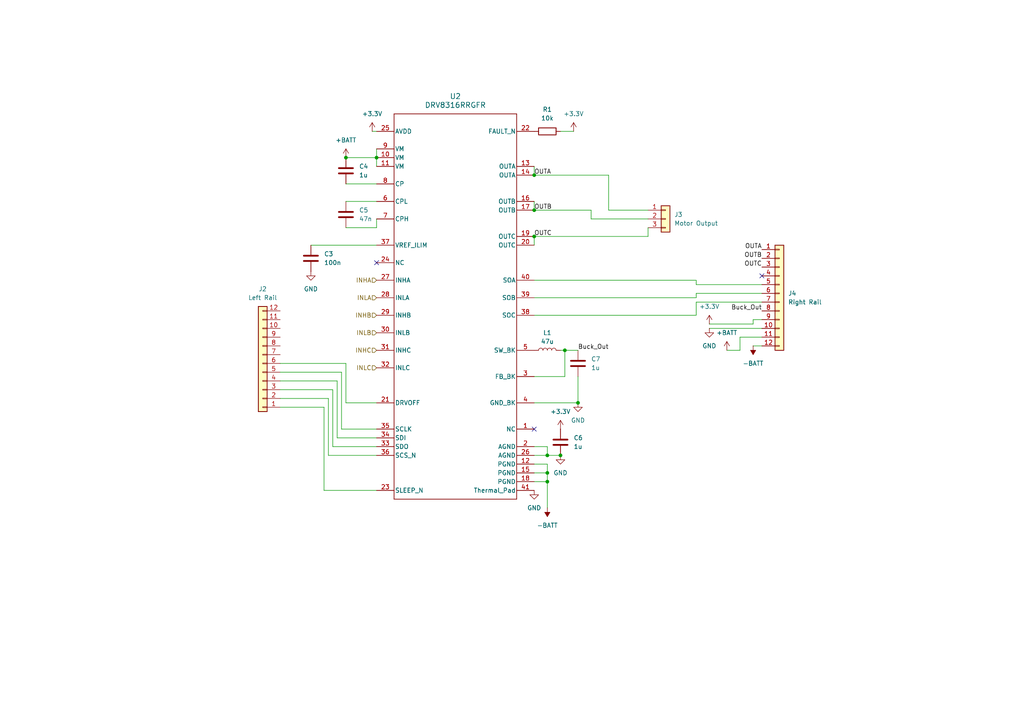
<source format=kicad_sch>
(kicad_sch (version 20231120) (generator "eeschema") (generator_version "8.0")
  (paper "A4")
  (lib_symbols
    (symbol "Connector_Generic:Conn_01x03" (pin_names (offset 1.016) hide)
      (property "Reference" "J" (at 0 5.08 0))
      (property "Value" "Conn_01x03" (at 0 -5.08 0))
      (symbol "Conn_01x03_1_1"
        (rectangle (start -1.27 -2.413) (end 0 -2.667) (stroke (width 0.1524)))
        (rectangle (start -1.27 0.127) (end 0 -0.127) (stroke (width 0.1524)))
        (rectangle (start -1.27 2.667) (end 0 2.413) (stroke (width 0.1524)))
        (rectangle (start -1.27 3.81) (end 1.27 -3.81) (stroke (width 0.254)) (fill (type background)))
        (pin passive line (at -5.08 2.54 0) (length 3.81) (name "Pin_1") (number "1"))
        (pin passive line (at -5.08 0 0) (length 3.81) (name "Pin_2") (number "2"))
        (pin passive line (at -5.08 -2.54 0) (length 3.81) (name "Pin_3") (number "3"))
      )
    )
    (symbol "Connector_Generic:Conn_01x12" (pin_names (offset 1.016) hide)
      (property "Reference" "J" (at 0 15.24 0))
      (property "Value" "Conn_01x12" (at 0 -17.78 0))
      (symbol "Conn_01x12_1_1"
        (rectangle (start -1.27 -15.113) (end 0 -15.367) (stroke (width 0.1524)))
        (rectangle (start -1.27 -12.573) (end 0 -12.827) (stroke (width 0.1524)))
        (rectangle (start -1.27 -10.033) (end 0 -10.287) (stroke (width 0.1524)))
        (rectangle (start -1.27 -7.493) (end 0 -7.747) (stroke (width 0.1524)))
        (rectangle (start -1.27 -4.953) (end 0 -5.207) (stroke (width 0.1524)))
        (rectangle (start -1.27 -2.413) (end 0 -2.667) (stroke (width 0.1524)))
        (rectangle (start -1.27 0.127) (end 0 -0.127) (stroke (width 0.1524)))
        (rectangle (start -1.27 2.667) (end 0 2.413) (stroke (width 0.1524)))
        (rectangle (start -1.27 5.207) (end 0 4.953) (stroke (width 0.1524)))
        (rectangle (start -1.27 7.747) (end 0 7.493) (stroke (width 0.1524)))
        (rectangle (start -1.27 10.287) (end 0 10.033) (stroke (width 0.1524)))
        (rectangle (start -1.27 12.827) (end 0 12.573) (stroke (width 0.1524)))
        (rectangle (start -1.27 13.97) (end 1.27 -16.51) (stroke (width 0.254)) (fill (type background)))
        (pin passive line (at -5.08 12.7 0) (length 3.81) (name "Pin_1") (number "1"))
        (pin passive line (at -5.08 -10.16 0) (length 3.81) (name "Pin_10") (number "10"))
        (pin passive line (at -5.08 -12.7 0) (length 3.81) (name "Pin_11") (number "11"))
        (pin passive line (at -5.08 -15.24 0) (length 3.81) (name "Pin_12") (number "12"))
        (pin passive line (at -5.08 10.16 0) (length 3.81) (name "Pin_2") (number "2"))
        (pin passive line (at -5.08 7.62 0) (length 3.81) (name "Pin_3") (number "3"))
        (pin passive line (at -5.08 5.08 0) (length 3.81) (name "Pin_4") (number "4"))
        (pin passive line (at -5.08 2.54 0) (length 3.81) (name "Pin_5") (number "5"))
        (pin passive line (at -5.08 0 0) (length 3.81) (name "Pin_6") (number "6"))
        (pin passive line (at -5.08 -2.54 0) (length 3.81) (name "Pin_7") (number "7"))
        (pin passive line (at -5.08 -5.08 0) (length 3.81) (name "Pin_8") (number "8"))
        (pin passive line (at -5.08 -7.62 0) (length 3.81) (name "Pin_9") (number "9"))
      )
    )
    (symbol "Device:C" (pin_numbers hide) (pin_names (offset 0.254))
      (property "Reference" "C" (at 0.635 2.54 0))
      (property "Value" "C" (at 0.635 -2.54 0))
      (symbol "C_0_1"
        (polyline (pts (xy -2.032 -0.762) (xy 2.032 -0.762)) (stroke (width 0.508)))
        (polyline (pts (xy -2.032 0.762) (xy 2.032 0.762)) (stroke (width 0.508)))
      )
      (symbol "C_1_1"
        (pin passive line (at 0 3.81 270) (length 2.794) (name "~") (number "1"))
        (pin passive line (at 0 -3.81 90) (length 2.794) (name "~") (number "2"))
      )
    )
    (symbol "Device:L" (pin_numbers hide) (pin_names (offset 1.016) hide)
      (property "Reference" "L" (at -1.27 0 90))
      (property "Value" "L" (at 1.905 0 90))
      (symbol "L_0_1"
        (arc (start 0 -2.54) (mid 0.6323 -1.905) (end 0 -1.27))
        (arc (start 0 -1.27) (mid 0.6323 -0.635) (end 0 0))
        (arc (start 0 0) (mid 0.6323 0.635) (end 0 1.27))
        (arc (start 0 1.27) (mid 0.6323 1.905) (end 0 2.54))
      )
      (symbol "L_1_1"
        (pin passive line (at 0 3.81 270) (length 1.27) (name "1") (number "1"))
        (pin passive line (at 0 -3.81 90) (length 1.27) (name "2") (number "2"))
      )
    )
    (symbol "Device:R" (pin_numbers hide) (pin_names (offset 0))
      (property "Reference" "R" (at 2.032 0 90))
      (property "Value" "R" (at 0 0 90))
      (symbol "R_0_1"
        (rectangle (start -1.016 -2.54) (end 1.016 2.54) (stroke (width 0.254)))
      )
      (symbol "R_1_1"
        (pin passive line (at 0 3.81 270) (length 1.27) (name "~") (number "1"))
        (pin passive line (at 0 -3.81 90) (length 1.27) (name "~") (number "2"))
      )
    )
    (symbol "ECE395:DRV8316RRGFR" (pin_names (offset 0.254))
      (property "Reference" "U" (at 0 2.54 0))
      (property "Value" "DRV8316RRGFR" (at 0 0 0))
      (symbol "DRV8316RRGFR_0_1"
        (polyline (pts (xy 5.08 -106.68) (xy 40.64 -106.68)) (stroke (width 0.2032)))
        (polyline (pts (xy 5.08 5.08) (xy 5.08 -106.68)) (stroke (width 0.2032)))
        (polyline (pts (xy 40.64 -106.68) (xy 40.64 5.08)) (stroke (width 0.2032)))
        (polyline (pts (xy 40.64 5.08) (xy 5.08 5.08)) (stroke (width 0.2032)))
        (pin unspecified line (at 45.72 -86.36 180) (length 5.08) (name "NC") (number "1"))
        (pin power_in line (at 0 -7.62 0) (length 5.08) (name "VM") (number "10"))
        (pin power_in line (at 0 -10.16 0) (length 5.08) (name "VM") (number "11"))
        (pin power_in line (at 45.72 -96.52 180) (length 5.08) (name "PGND") (number "12"))
        (pin unspecified line (at 45.72 -10.16 180) (length 5.08) (name "OUTA") (number "13"))
        (pin unspecified line (at 45.72 -12.7 180) (length 5.08) (name "OUTA") (number "14"))
        (pin power_in line (at 45.72 -99.06 180) (length 5.08) (name "PGND") (number "15"))
        (pin unspecified line (at 45.72 -20.32 180) (length 5.08) (name "OUTB") (number "16"))
        (pin unspecified line (at 45.72 -22.86 180) (length 5.08) (name "OUTB") (number "17"))
        (pin power_in line (at 45.72 -101.6 180) (length 5.08) (name "PGND") (number "18"))
        (pin unspecified line (at 45.72 -30.48 180) (length 5.08) (name "OUTC") (number "19"))
        (pin power_in line (at 45.72 -91.44 180) (length 5.08) (name "AGND") (number "2"))
        (pin unspecified line (at 45.72 -33.02 180) (length 5.08) (name "OUTC") (number "20"))
        (pin input line (at 0 -78.74 0) (length 5.08) (name "DRVOFF") (number "21"))
        (pin open_collector line (at 45.72 0 180) (length 5.08) (name "FAULT_N") (number "22"))
        (pin input line (at 0 -104.14 0) (length 5.08) (name "SLEEP_N") (number "23"))
        (pin unspecified line (at 0 -38.1 0) (length 5.08) (name "NC") (number "24"))
        (pin power_in line (at 0 0 0) (length 5.08) (name "AVDD") (number "25"))
        (pin power_in line (at 45.72 -93.98 180) (length 5.08) (name "AGND") (number "26"))
        (pin input line (at 0 -43.18 0) (length 5.08) (name "INHA") (number "27"))
        (pin input line (at 0 -48.26 0) (length 5.08) (name "INLA") (number "28"))
        (pin input line (at 0 -53.34 0) (length 5.08) (name "INHB") (number "29"))
        (pin unspecified line (at 45.72 -71.12 180) (length 5.08) (name "FB_BK") (number "3"))
        (pin input line (at 0 -58.42 0) (length 5.08) (name "INLB") (number "30"))
        (pin input line (at 0 -63.5 0) (length 5.08) (name "INHC") (number "31"))
        (pin input line (at 0 -68.58 0) (length 5.08) (name "INLC") (number "32"))
        (pin output line (at 0 -91.44 0) (length 5.08) (name "SDO") (number "33"))
        (pin input line (at 0 -88.9 0) (length 5.08) (name "SDI") (number "34"))
        (pin input line (at 0 -86.36 0) (length 5.08) (name "SCLK") (number "35"))
        (pin input line (at 0 -93.98 0) (length 5.08) (name "SCS_N") (number "36"))
        (pin unspecified line (at 0 -33.02 0) (length 5.08) (name "VREF_ILIM") (number "37"))
        (pin unspecified line (at 45.72 -53.34 180) (length 5.08) (name "SOC") (number "38"))
        (pin unspecified line (at 45.72 -48.26 180) (length 5.08) (name "SOB") (number "39"))
        (pin power_in line (at 45.72 -78.74 180) (length 5.08) (name "GND_BK") (number "4"))
        (pin unspecified line (at 45.72 -43.18 180) (length 5.08) (name "SOA") (number "40"))
        (pin power_in line (at 45.72 -104.14 180) (length 5.08) (name "Thermal_Pad") (number "41"))
        (pin unspecified line (at 45.72 -63.5 180) (length 5.08) (name "SW_BK") (number "5"))
        (pin unspecified line (at 0 -20.32 0) (length 5.08) (name "CPL") (number "6"))
        (pin unspecified line (at 0 -25.4 0) (length 5.08) (name "CPH") (number "7"))
        (pin unspecified line (at 0 -15.24 0) (length 5.08) (name "CP") (number "8"))
        (pin power_in line (at 0 -5.08 0) (length 5.08) (name "VM") (number "9"))
      )
    )
    (symbol "power:+3.3V" (power) (pin_numbers hide) (pin_names (offset 0) hide)
      (property "Value" "+3.3V" (at 0 3.556 0))
      (symbol "+3.3V_0_1"
        (polyline (pts (xy -0.762 1.27) (xy 0 2.54)))
        (polyline (pts (xy 0 0) (xy 0 2.54)))
        (polyline (pts (xy 0 2.54) (xy 0.762 1.27)))
      )
      (symbol "+3.3V_1_1"
        (pin power_in line (at 0 0 90) (length 0) (name "~") (number "1"))
      )
    )
    (symbol "power:+BATT" (power) (pin_numbers hide) (pin_names (offset 0) hide)
      (property "Value" "+BATT" (at 0 3.556 0))
      (symbol "+BATT_0_1"
        (polyline (pts (xy -0.762 1.27) (xy 0 2.54)))
        (polyline (pts (xy 0 0) (xy 0 2.54)))
        (polyline (pts (xy 0 2.54) (xy 0.762 1.27)))
      )
      (symbol "+BATT_1_1"
        (pin power_in line (at 0 0 90) (length 0) (name "~") (number "1"))
      )
    )
    (symbol "power:-BATT" (power) (pin_numbers hide) (pin_names (offset 0) hide)
      (property "Value" "-BATT" (at 0 3.556 0))
      (symbol "-BATT_0_1"
        (polyline (pts (xy 0 0) (xy 0 2.54)))
        (polyline (pts (xy 0.762 1.27) (xy -0.762 1.27) (xy 0 2.54) (xy 0.762 1.27)) (fill (type outline)))
      )
      (symbol "-BATT_1_1"
        (pin power_in line (at 0 0 90) (length 0) (name "~") (number "1"))
      )
    )
    (symbol "power:GND" (power) (pin_numbers hide) (pin_names (offset 0) hide)
      (property "Value" "GND" (at 0 -3.81 0))
      (symbol "GND_0_1"
        (polyline (pts (xy 0 0) (xy 0 -1.27) (xy 1.27 -1.27) (xy 0 -2.54) (xy -1.27 -1.27) (xy 0 -1.27)))
      )
      (symbol "GND_1_1"
        (pin power_in line (at 0 0 270) (length 0) (name "~") (number "1"))
      )
    )
  )
  (junction (at 154.94 50.8))
  (junction (at 100.33 45.72))
  (junction (at 163.83 101.6))
  (junction (at 162.56 132.08))
  (junction (at 158.75 139.7))
  (junction (at 158.75 137.16))
  (junction (at 158.75 132.08))
  (junction (at 167.64 116.84))
  (junction (at 109.22 45.72))
  (junction (at 154.94 68.58))
  (junction (at 154.94 60.96))
  (no_connect (at 154.94 124.46))
  (no_connect (at 109.22 76.2))
  (no_connect (at 220.98 80.01))
  (wire (pts (xy 90.17 71.12) (xy 109.22 71.12)))
  (wire (pts (xy 100.33 116.84) (xy 100.33 105.41)))
  (wire (pts (xy 167.64 101.6) (xy 163.83 101.6)))
  (wire (pts (xy 154.94 109.22) (xy 163.83 109.22)))
  (wire (pts (xy 201.93 85.09) (xy 220.98 85.09)))
  (wire (pts (xy 95.25 115.57) (xy 81.28 115.57)))
  (wire (pts (xy 163.83 101.6) (xy 163.83 109.22)))
  (wire (pts (xy 154.94 129.54) (xy 158.75 129.54)))
  (wire (pts (xy 214.63 97.79) (xy 220.98 97.79)))
  (wire (pts (xy 187.96 68.58) (xy 187.96 66.04)))
  (wire (pts (xy 109.22 127) (xy 97.79 127)))
  (wire (pts (xy 99.06 124.46) (xy 99.06 107.95)))
  (wire (pts (xy 81.28 107.95) (xy 99.06 107.95)))
  (wire (pts (xy 100.33 58.42) (xy 109.22 58.42)))
  (wire (pts (xy 158.75 139.7) (xy 154.94 139.7)))
  (wire (pts (xy 214.63 101.6) (xy 214.63 97.79)))
  (wire (pts (xy 158.75 132.08) (xy 162.56 132.08)))
  (wire (pts (xy 109.22 116.84) (xy 100.33 116.84)))
  (wire (pts (xy 107.95 38.1) (xy 109.22 38.1)))
  (wire (pts (xy 100.33 45.72) (xy 109.22 45.72)))
  (wire (pts (xy 154.94 50.8) (xy 176.53 50.8)))
  (wire (pts (xy 100.33 66.04) (xy 109.22 66.04)))
  (wire (pts (xy 97.79 127) (xy 97.79 110.49)))
  (wire (pts (xy 96.52 129.54) (xy 96.52 113.03)))
  (wire (pts (xy 154.94 81.28) (xy 201.93 81.28)))
  (wire (pts (xy 167.64 109.22) (xy 167.64 116.84)))
  (wire (pts (xy 109.22 132.08) (xy 95.25 132.08)))
  (wire (pts (xy 154.94 116.84) (xy 167.64 116.84)))
  (wire (pts (xy 154.94 50.8) (xy 154.94 48.26)))
  (wire (pts (xy 100.33 53.34) (xy 109.22 53.34)))
  (wire (pts (xy 95.25 132.08) (xy 95.25 115.57)))
  (wire (pts (xy 100.33 105.41) (xy 81.28 105.41)))
  (wire (pts (xy 154.94 137.16) (xy 158.75 137.16)))
  (wire (pts (xy 166.37 38.1) (xy 162.56 38.1)))
  (wire (pts (xy 158.75 147.32) (xy 158.75 139.7)))
  (wire (pts (xy 93.98 142.24) (xy 93.98 118.11)))
  (wire (pts (xy 201.93 81.28) (xy 201.93 82.55)))
  (wire (pts (xy 154.94 60.96) (xy 171.45 60.96)))
  (wire (pts (xy 93.98 118.11) (xy 81.28 118.11)))
  (wire (pts (xy 176.53 60.96) (xy 187.96 60.96)))
  (wire (pts (xy 154.94 68.58) (xy 187.96 68.58)))
  (wire (pts (xy 201.93 91.44) (xy 201.93 87.63)))
  (wire (pts (xy 158.75 132.08) (xy 154.94 132.08)))
  (wire (pts (xy 154.94 86.36) (xy 201.93 86.36)))
  (wire (pts (xy 154.94 60.96) (xy 154.94 58.42)))
  (wire (pts (xy 109.22 124.46) (xy 99.06 124.46)))
  (wire (pts (xy 218.44 92.71) (xy 220.98 92.71)))
  (wire (pts (xy 97.79 110.49) (xy 81.28 110.49)))
  (wire (pts (xy 176.53 50.8) (xy 176.53 60.96)))
  (wire (pts (xy 205.74 93.98) (xy 218.44 93.98)))
  (wire (pts (xy 171.45 63.5) (xy 187.96 63.5)))
  (wire (pts (xy 109.22 142.24) (xy 93.98 142.24)))
  (wire (pts (xy 96.52 113.03) (xy 81.28 113.03)))
  (wire (pts (xy 109.22 66.04) (xy 109.22 63.5)))
  (wire (pts (xy 158.75 134.62) (xy 158.75 137.16)))
  (wire (pts (xy 210.82 101.6) (xy 214.63 101.6)))
  (wire (pts (xy 201.93 86.36) (xy 201.93 85.09)))
  (wire (pts (xy 109.22 45.72) (xy 109.22 48.26)))
  (wire (pts (xy 201.93 87.63) (xy 220.98 87.63)))
  (wire (pts (xy 163.83 101.6) (xy 162.56 101.6)))
  (wire (pts (xy 158.75 137.16) (xy 158.75 139.7)))
  (wire (pts (xy 154.94 134.62) (xy 158.75 134.62)))
  (wire (pts (xy 205.74 95.25) (xy 220.98 95.25)))
  (wire (pts (xy 171.45 60.96) (xy 171.45 63.5)))
  (wire (pts (xy 154.94 91.44) (xy 201.93 91.44)))
  (wire (pts (xy 109.22 129.54) (xy 96.52 129.54)))
  (wire (pts (xy 218.44 100.33) (xy 220.98 100.33)))
  (wire (pts (xy 109.22 43.18) (xy 109.22 45.72)))
  (wire (pts (xy 218.44 93.98) (xy 218.44 92.71)))
  (wire (pts (xy 154.94 68.58) (xy 154.94 71.12)))
  (wire (pts (xy 201.93 82.55) (xy 220.98 82.55)))
  (wire (pts (xy 158.75 129.54) (xy 158.75 132.08)))
  (label "Buck_Out" (at 220.98 90.17 180))
  (label "OUTC" (at 220.98 77.47 180))
  (label "OUTB" (at 220.98 74.93 180))
  (label "OUTA" (at 220.98 72.39 180))
  (label "Buck_Out" (at 167.64 101.6 0))
  (label "OUTB" (at 154.94 60.96 0))
  (label "OUTC" (at 154.94 68.58 0))
  (label "OUTA" (at 154.94 50.8 0))
  (hierarchical_label "INLB" (shape input) (at 109.22 96.52 180))
  (hierarchical_label "INHC" (shape input) (at 109.22 101.6 180))
  (hierarchical_label "INLA" (shape input) (at 109.22 86.36 180))
  (hierarchical_label "INHA" (shape input) (at 109.22 81.28 180))
  (hierarchical_label "INHB" (shape input) (at 109.22 91.44 180))
  (hierarchical_label "INLC" (shape input) (at 109.22 106.68 180))
  (symbol (lib_id "Connector_Generic:Conn_01x03") (at 193.04 63.5 0) (unit 1)
    (property "Reference" "J3" (at 195.58 62.2299 0) (effects (justify left)))
    (property "Value" "Motor Output" (at 195.58 64.77 0) (effects (justify left)))
    (property "Footprint" "ECE395:Motor_Pads" (effects (hide yes)))
    (property "Description" "Generic connector, single row, 01x03, script generated (kicad-library-utils/schlib/autogen/connector/)" (effects (hide yes)))
  )
  (symbol (lib_id "power:+3.3V") (at 205.74 93.98 0) (unit 1)
    (property "Reference" "#PWR012" (effects (hide yes)))
    (property "Value" "+3.3V" (at 205.74 88.9 0))
    (property "Description" "Power symbol creates a global label with name \"+3.3V\"" (effects (hide yes)))
  )
  (symbol (lib_id "power:+BATT") (at 100.33 45.72 0) (unit 1)
    (property "Reference" "#PWR04" (effects (hide yes)))
    (property "Value" "+BATT" (at 100.33 40.64 0))
    (property "Description" "Power symbol creates a global label with name \"+BATT\"" (effects (hide yes)))
  )
  (symbol (lib_id "power:GND") (at 90.17 78.74 0) (unit 1)
    (property "Reference" "#PWR03" (effects (hide yes)))
    (property "Value" "GND" (at 90.17 83.82 0))
    (property "Description" "Power symbol creates a global label with name \"GND\" , ground" (effects (hide yes)))
  )
  (symbol (lib_id "Device:C") (at 90.17 74.93 0) (unit 1)
    (property "Reference" "C3" (at 93.98 73.6599 0) (effects (justify left)))
    (property "Value" "100n" (at 93.98 76.1999 0) (effects (justify left)))
    (property "Footprint" "Capacitor_SMD:C_0805_2012Metric_Pad1.18x1.45mm_HandSolder" (effects (hide yes)))
    (property "Description" "Unpolarized capacitor" (effects (hide yes)))
  )
  (symbol (lib_id "power:-BATT") (at 158.75 147.32 180) (unit 1)
    (property "Reference" "#PWR07" (effects (hide yes)))
    (property "Value" "-BATT" (at 158.75 152.4 0))
    (property "Description" "Power symbol creates a global label with name \"-BATT\"" (effects (hide yes)))
  )
  (symbol (lib_id "Device:C") (at 100.33 62.23 0) (unit 1)
    (property "Reference" "C5" (at 104.14 60.9599 0) (effects (justify left)))
    (property "Value" "47n" (at 104.14 63.4999 0) (effects (justify left)))
    (property "Footprint" "Capacitor_SMD:C_0805_2012Metric_Pad1.18x1.45mm_HandSolder" (effects (hide yes)))
    (property "Description" "Unpolarized capacitor" (effects (hide yes)))
  )
  (symbol (lib_id "Device:C") (at 100.33 49.53 0) (unit 1)
    (property "Reference" "C4" (at 104.14 48.2599 0) (effects (justify left)))
    (property "Value" "1u" (at 104.14 50.7999 0) (effects (justify left)))
    (property "Footprint" "Capacitor_SMD:C_0805_2012Metric_Pad1.18x1.45mm_HandSolder" (effects (hide yes)))
    (property "Description" "Unpolarized capacitor" (effects (hide yes)))
  )
  (symbol (lib_id "power:+3.3V") (at 107.95 38.1 0) (unit 1)
    (property "Reference" "#PWR05" (effects (hide yes)))
    (property "Value" "+3.3V" (at 107.95 33.02 0))
    (property "Description" "Power symbol creates a global label with name \"+3.3V\"" (effects (hide yes)))
  )
  (symbol (lib_id "power:+BATT") (at 210.82 101.6 0) (unit 1)
    (property "Reference" "#PWR014" (effects (hide yes)))
    (property "Value" "+BATT" (at 210.82 96.52 0))
    (property "Description" "Power symbol creates a global label with name \"+BATT\"" (effects (hide yes)))
  )
  (symbol (lib_id "Device:C") (at 167.64 105.41 180) (unit 1)
    (property "Reference" "C7" (at 171.45 104.1399 0) (effects (justify right)))
    (property "Value" "1u" (at 171.45 106.6799 0) (effects (justify right)))
    (property "Footprint" "Capacitor_SMD:C_0805_2012Metric_Pad1.18x1.45mm_HandSolder" (effects (hide yes)))
    (property "Description" "Unpolarized capacitor" (effects (hide yes)))
  )
  (symbol (lib_id "power:GND") (at 162.56 132.08 0) (unit 1)
    (property "Reference" "#PWR09" (effects (hide yes)))
    (property "Value" "GND" (at 162.56 137.16 0))
    (property "Description" "Power symbol creates a global label with name \"GND\" , ground" (effects (hide yes)))
  )
  (symbol (lib_id "ECE395:DRV8316RRGFR") (at 109.22 38.1 0) (unit 1)
    (property "Reference" "U2" (at 132.08 27.94 0) (effects (font (size 1.524 1.524))))
    (property "Value" "DRV8316RRGFR" (at 132.08 30.48 0) (effects (font (size 1.524 1.524))))
    (property "Footprint" "ECE395:RGF0040E-IPC_A" (effects (hide yes)))
    (property "Datasheet" "DRV8316RRGFR" (effects (hide yes)))
  )
  (symbol (lib_id "power:GND") (at 167.64 116.84 0) (unit 1)
    (property "Reference" "#PWR011" (effects (hide yes)))
    (property "Value" "GND" (at 167.64 121.92 0))
    (property "Description" "Power symbol creates a global label with name \"GND\" , ground" (effects (hide yes)))
  )
  (symbol (lib_id "power:GND") (at 154.94 142.24 0) (unit 1)
    (property "Reference" "#PWR06" (effects (hide yes)))
    (property "Value" "GND" (at 154.94 147.32 0))
    (property "Description" "Power symbol creates a global label with name \"GND\" , ground" (effects (hide yes)))
  )
  (symbol (lib_id "Connector_Generic:Conn_01x12") (at 226.06 85.09 0) (unit 1)
    (property "Reference" "J4" (at 228.6 85.0899 0) (effects (justify left)))
    (property "Value" "Right Rail" (at 228.6 87.6299 0) (effects (justify left)))
    (property "Footprint" "Connector_PinHeader_2.54mm:PinHeader_1x12_P2.54mm_Vertical" (effects (hide yes)))
    (property "Description" "Generic connector, single row, 01x12, script generated (kicad-library-utils/schlib/autogen/connector/)" (effects (hide yes)))
  )
  (symbol (lib_id "Connector_Generic:Conn_01x12") (at 76.2 105.41 180) (unit 1)
    (property "Reference" "J2" (at 76.2 83.82 0))
    (property "Value" "Left Rail" (at 76.2 86.36 0))
    (property "Footprint" "Connector_PinHeader_2.54mm:PinHeader_1x12_P2.54mm_Vertical" (effects (hide yes)))
    (property "Description" "Generic connector, single row, 01x12, script generated (kicad-library-utils/schlib/autogen/connector/)" (effects (hide yes)))
  )
  (symbol (lib_id "power:+3.3V") (at 166.37 38.1 0) (unit 1)
    (property "Reference" "#PWR010" (effects (hide yes)))
    (property "Value" "+3.3V" (at 166.37 33.02 0))
    (property "Description" "Power symbol creates a global label with name \"+3.3V\"" (effects (hide yes)))
  )
  (symbol (lib_id "power:+3.3V") (at 162.56 124.46 0) (unit 1)
    (property "Reference" "#PWR08" (effects (hide yes)))
    (property "Value" "+3.3V" (at 162.56 119.38 0))
    (property "Description" "Power symbol creates a global label with name \"+3.3V\"" (effects (hide yes)))
  )
  (symbol (lib_id "Device:L") (at 158.75 101.6 90) (unit 1)
    (property "Reference" "L1" (at 158.75 96.52 90))
    (property "Value" "47u" (at 158.75 99.06 90))
    (property "Footprint" "Inductor_SMD:L_0603_1608Metric" (effects (hide yes)))
    (property "Datasheet" "https://mm.digikey.com/Volume0/opasdata/d220001/medias/docus/610/LB3218T470K_SS.pdf" (effects (hide yes)))
    (property "Description" "Inductor" (effects (hide yes)))
  )
  (symbol (lib_id "power:-BATT") (at 218.44 100.33 180) (unit 1)
    (property "Reference" "#PWR015" (effects (hide yes)))
    (property "Value" "-BATT" (at 218.44 105.41 0))
    (property "Description" "Power symbol creates a global label with name \"-BATT\"" (effects (hide yes)))
  )
  (symbol (lib_id "power:GND") (at 205.74 95.25 0) (unit 1)
    (property "Reference" "#PWR013" (effects (hide yes)))
    (property "Value" "GND" (at 205.74 100.33 0))
    (property "Description" "Power symbol creates a global label with name \"GND\" , ground" (effects (hide yes)))
  )
  (symbol (lib_id "Device:C") (at 162.56 128.27 0) (unit 1)
    (property "Reference" "C6" (at 166.37 126.9999 0) (effects (justify left)))
    (property "Value" "1u" (at 166.37 129.5399 0) (effects (justify left)))
    (property "Footprint" "Capacitor_SMD:C_0805_2012Metric_Pad1.18x1.45mm_HandSolder" (effects (hide yes)))
    (property "Description" "Unpolarized capacitor" (effects (hide yes)))
  )
  (symbol (lib_id "Device:R") (at 158.75 38.1 90) (unit 1)
    (property "Reference" "R1" (at 158.75 31.75 90))
    (property "Value" "10k" (at 158.75 34.29 90))
    (property "Footprint" "Resistor_SMD:R_0805_2012Metric_Pad1.20x1.40mm_HandSolder" (effects (hide yes)))
    (property "Description" "Resistor" (effects (hide yes)))
  )
)
</source>
